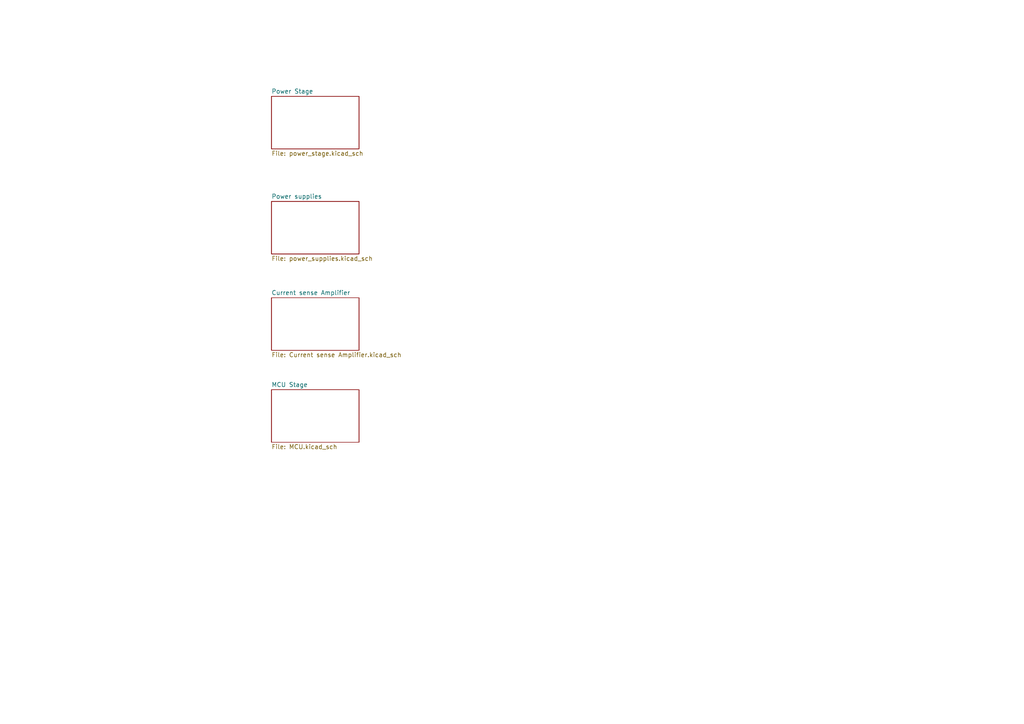
<source format=kicad_sch>
(kicad_sch (version 20230121) (generator eeschema)
  (paper "A4")
  (lib_symbols)
  (sheet (at 78.74 113.03) (size 25.4 15.24) (stroke (width 0.1524))
    (property "Sheetname" "MCU Stage" (at 78.74 112.3184 0) (effects (justify left bottom)))
    (property "Sheetfile" "MCU.kicad_sch" (at 78.74 128.8546 0) (effects (justify left top)))
  )
  (sheet (at 78.74 58.42) (size 25.4 15.24) (stroke (width 0.1524))
    (property "Sheetname" "Power supplies" (at 78.74 57.7084 0) (effects (justify left bottom)))
    (property "Sheetfile" "power_supplies.kicad_sch" (at 78.74 74.2446 0) (effects (justify left top)))
  )
  (sheet (at 78.74 27.94) (size 25.4 15.24) (stroke (width 0.1524))
    (property "Sheetname" "Power Stage" (at 78.74 27.2284 0) (effects (justify left bottom)))
    (property "Sheetfile" "power_stage.kicad_sch" (at 78.74 43.7646 0) (effects (justify left top)))
  )
  (sheet (at 78.74 86.36) (size 25.4 15.24) (stroke (width 0.1524))
    (property "Sheetname" "Current sense Amplifier" (at 78.74 85.6484 0) (effects (justify left bottom)))
    (property "Sheetfile" "Current sense Amplifier.kicad_sch" (at 78.74 102.1846 0) (effects (justify left top)))
  )
)
</source>
